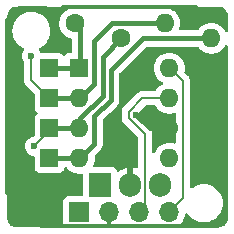
<source format=gbl>
G04 #@! TF.GenerationSoftware,KiCad,Pcbnew,(6.0.0-0)*
G04 #@! TF.CreationDate,2023-01-22T15:48:07+00:00*
G04 #@! TF.ProjectId,VR-Conditioner-MAX9926+reg,56522d43-6f6e-4646-9974-696f6e65722d,3.74*
G04 #@! TF.SameCoordinates,PX6a95280PY6f6d640*
G04 #@! TF.FileFunction,Copper,L2,Bot*
G04 #@! TF.FilePolarity,Positive*
%FSLAX46Y46*%
G04 Gerber Fmt 4.6, Leading zero omitted, Abs format (unit mm)*
G04 Created by KiCad (PCBNEW (6.0.0-0)) date 2023-01-22 15:48:07*
%MOMM*%
%LPD*%
G01*
G04 APERTURE LIST*
G04 #@! TA.AperFunction,ComponentPad*
%ADD10R,1.600000X1.600000*%
G04 #@! TD*
G04 #@! TA.AperFunction,ComponentPad*
%ADD11O,1.600000X1.600000*%
G04 #@! TD*
G04 #@! TA.AperFunction,ComponentPad*
%ADD12C,1.600000*%
G04 #@! TD*
G04 #@! TA.AperFunction,ComponentPad*
%ADD13R,1.905000X2.000000*%
G04 #@! TD*
G04 #@! TA.AperFunction,ComponentPad*
%ADD14O,1.905000X2.000000*%
G04 #@! TD*
G04 #@! TA.AperFunction,ComponentPad*
%ADD15R,1.700000X1.700000*%
G04 #@! TD*
G04 #@! TA.AperFunction,ComponentPad*
%ADD16O,1.700000X1.700000*%
G04 #@! TD*
G04 #@! TA.AperFunction,SMDPad,CuDef*
%ADD17R,1.500000X1.500000*%
G04 #@! TD*
G04 #@! TA.AperFunction,ViaPad*
%ADD18C,0.600000*%
G04 #@! TD*
G04 #@! TA.AperFunction,Conductor*
%ADD19C,0.300000*%
G04 #@! TD*
G04 #@! TA.AperFunction,Conductor*
%ADD20C,0.400000*%
G04 #@! TD*
G04 #@! TA.AperFunction,Conductor*
%ADD21C,0.200000*%
G04 #@! TD*
G04 APERTURE END LIST*
D10*
G04 #@! TO.P,J3,1,Pin_1*
G04 #@! TO.N,Net-(J3-Pad1)*
X9398000Y16764000D03*
D11*
G04 #@! TO.P,J3,2,Pin_2*
G04 #@! TO.N,Net-(J3-Pad2)*
X9398000Y14224000D03*
G04 #@! TO.P,J3,3,Pin_3*
G04 #@! TO.N,Net-(J3-Pad3)*
X9398000Y11684000D03*
G04 #@! TO.P,J3,4,Pin_4*
G04 #@! TO.N,Net-(J3-Pad4)*
X9398000Y9144000D03*
G04 #@! TO.P,J3,5,Pin_5*
G04 #@! TO.N,VCC*
X17018000Y9144000D03*
G04 #@! TO.P,J3,6,Pin_6*
G04 #@! TO.N,GND*
X17018000Y11684000D03*
G04 #@! TO.P,J3,7,Pin_7*
G04 #@! TO.N,/COUT2*
X17018000Y14224000D03*
G04 #@! TO.P,J3,8,Pin_8*
G04 #@! TO.N,/COUT1*
X17018000Y16764000D03*
G04 #@! TD*
G04 #@! TO.P,R13,2*
G04 #@! TO.N,Net-(J3-Pad2)*
X16610000Y20574000D03*
D12*
G04 #@! TO.P,R13,1*
G04 #@! TO.N,Net-(J3-Pad1)*
X8990000Y20574000D03*
G04 #@! TD*
G04 #@! TO.P,R23,1*
G04 #@! TO.N,Net-(J3-Pad3)*
X12954000Y19304000D03*
D11*
G04 #@! TO.P,R23,2*
G04 #@! TO.N,Net-(J3-Pad4)*
X20574000Y19304000D03*
G04 #@! TD*
D13*
G04 #@! TO.P,U2,1,IN*
G04 #@! TO.N,+12V*
X11176000Y6858000D03*
D14*
G04 #@! TO.P,U2,2,GND*
G04 #@! TO.N,GND*
X13716000Y6858000D03*
G04 #@! TO.P,U2,3,OUT*
G04 #@! TO.N,VCC*
X16256000Y6858000D03*
G04 #@! TD*
D15*
G04 #@! TO.P,J2,1,Pin_1*
G04 #@! TO.N,+12V*
X9398000Y4572000D03*
D16*
G04 #@! TO.P,J2,2,Pin_2*
G04 #@! TO.N,GND*
X11938000Y4572000D03*
G04 #@! TO.P,J2,3,Pin_3*
G04 #@! TO.N,/COUT2*
X14478000Y4572000D03*
G04 #@! TO.P,J2,4,Pin_4*
G04 #@! TO.N,/COUT1*
X17018000Y4572000D03*
G04 #@! TD*
D17*
G04 #@! TO.P,TP2,1,1*
G04 #@! TO.N,Net-(J3-Pad2)*
X6858000Y14224000D03*
G04 #@! TD*
G04 #@! TO.P,TP4,1,1*
G04 #@! TO.N,Net-(J3-Pad4)*
X6858000Y9144000D03*
G04 #@! TD*
G04 #@! TO.P,TP3,1,1*
G04 #@! TO.N,Net-(J3-Pad3)*
X6858000Y11684000D03*
G04 #@! TD*
G04 #@! TO.P,TP1,1,1*
G04 #@! TO.N,Net-(J3-Pad1)*
X6858000Y16764000D03*
G04 #@! TD*
D18*
G04 #@! TO.N,GND*
X5461000Y4064000D03*
X19939000Y21209000D03*
X21209000Y7874000D03*
X5423010Y11392010D03*
X7239000Y21209000D03*
X14224000Y12827000D03*
G04 #@! TO.N,Net-(J3-Pad2)*
X5334000Y17780000D03*
G04 #@! TO.N,Net-(J3-Pad3)*
X5588000Y10160000D03*
G04 #@! TD*
D19*
G04 #@! TO.N,GND*
X6928489Y3372489D02*
X6660511Y3372489D01*
X11938000Y4572000D02*
X11938000Y3429000D01*
D20*
X17081500Y11684000D02*
X15367000Y11684000D01*
D19*
X6928489Y3372489D02*
X11627489Y3372489D01*
X3429000Y20955000D02*
X3746500Y21272500D01*
X11627489Y3372489D02*
X21152489Y3372489D01*
X21844000Y17526000D02*
X21844000Y17907000D01*
X5461000Y4064000D02*
X3302000Y6223000D01*
X3746500Y21272500D02*
X4318000Y21844000D01*
X6152511Y3372489D02*
X5461000Y4064000D01*
X21209000Y7874000D02*
X21717000Y7874000D01*
X3302000Y6223000D02*
X3302000Y20828000D01*
X8001000Y21971000D02*
X19304000Y21971000D01*
X4318000Y21844000D02*
X6604000Y21844000D01*
X19304000Y21971000D02*
X19939000Y21336000D01*
X6604000Y21844000D02*
X7239000Y21209000D01*
X21844000Y4064000D02*
X21844000Y7747000D01*
X3302000Y20828000D02*
X3746500Y21272500D01*
X6928489Y3372489D02*
X6152511Y3372489D01*
X7239000Y21209000D02*
X8001000Y21971000D01*
D20*
X15367000Y11684000D02*
X14228463Y12822537D01*
D19*
X21152489Y3372489D02*
X21844000Y4064000D01*
X21717000Y7874000D02*
X21844000Y7747000D01*
X21844000Y17907000D02*
X21590000Y18161000D01*
X21844000Y7747000D02*
X21844000Y17526000D01*
D20*
G04 #@! TO.N,Net-(J3-Pad1)*
X6858000Y16764000D02*
X9398000Y16764000D01*
X9461500Y16764000D02*
X9461500Y20129500D01*
X9461500Y20129500D02*
X9017000Y20574000D01*
G04 #@! TO.N,Net-(J3-Pad2)*
X10661011Y19106511D02*
X12128500Y20574000D01*
D21*
X5334000Y17780000D02*
X5334000Y15748000D01*
D20*
X12128500Y20574000D02*
X16637000Y20574000D01*
X10661011Y15423511D02*
X10661011Y19106511D01*
D21*
X6858000Y14224000D02*
X5334000Y15748000D01*
D20*
X6858000Y14224000D02*
X9461500Y14224000D01*
X9461500Y14224000D02*
X10661011Y15423511D01*
D21*
G04 #@! TO.N,Net-(J3-Pad3)*
X5588000Y10160000D02*
X6858000Y11430000D01*
D20*
X9461500Y11684000D02*
X9461500Y12527634D01*
X9461500Y11684000D02*
X7366000Y11684000D01*
X11366500Y17716500D02*
X12954000Y19304000D01*
D21*
X6858000Y11430000D02*
X6858000Y11684000D01*
D20*
X11366500Y14432634D02*
X11366500Y17716500D01*
X6858000Y11684000D02*
X7366000Y11684000D01*
X9461500Y12527634D02*
X11366500Y14432634D01*
G04 #@! TO.N,Net-(J3-Pad4)*
X12065000Y16608980D02*
X12065000Y14097000D01*
X20574000Y19304000D02*
X14760020Y19304000D01*
X10661011Y10343511D02*
X9461500Y9144000D01*
X14760020Y19304000D02*
X12065000Y16608980D01*
X12065000Y14097000D02*
X10661011Y12693011D01*
X6858000Y9144000D02*
X7366000Y9144000D01*
X10661011Y12693011D02*
X10661011Y10343511D01*
X9461500Y9144000D02*
X7366000Y9144000D01*
D21*
G04 #@! TO.N,/COUT1*
X18181501Y5735501D02*
X17018000Y4572000D01*
X17081500Y16764000D02*
X18181501Y15663999D01*
X18181501Y15663999D02*
X18181501Y5735501D01*
G04 #@! TO.N,/COUT2*
X13575244Y12586756D02*
X14968020Y11193980D01*
X17081500Y14224000D02*
X14732000Y14224000D01*
X14732000Y14224000D02*
X13575244Y13067244D01*
X14478000Y4572000D02*
X14968020Y5062020D01*
X13575244Y13067244D02*
X13575244Y12586756D01*
X14968020Y5062020D02*
X14968020Y11193980D01*
G04 #@! TD*
G04 #@! TA.AperFunction,Conductor*
G04 #@! TO.N,GND*
G36*
X8389473Y21950998D02*
G01*
X8435966Y21897342D01*
X8446070Y21827068D01*
X8416576Y21762488D01*
X8374601Y21730805D01*
X8338242Y21713851D01*
X8338236Y21713847D01*
X8333251Y21711523D01*
X8233874Y21641938D01*
X8150211Y21583357D01*
X8150208Y21583355D01*
X8145700Y21580198D01*
X7983802Y21418300D01*
X7980645Y21413792D01*
X7980643Y21413789D01*
X7932690Y21345305D01*
X7852477Y21230749D01*
X7850154Y21225767D01*
X7850151Y21225762D01*
X7772914Y21060124D01*
X7755716Y21023243D01*
X7754294Y21017935D01*
X7754293Y21017933D01*
X7719310Y20887376D01*
X7696457Y20802087D01*
X7676502Y20574000D01*
X7696457Y20345913D01*
X7697881Y20340600D01*
X7697881Y20340598D01*
X7749408Y20148300D01*
X7755716Y20124757D01*
X7758039Y20119776D01*
X7758039Y20119775D01*
X7850151Y19922238D01*
X7850154Y19922233D01*
X7852477Y19917251D01*
X7901016Y19847930D01*
X7977815Y19738251D01*
X7983802Y19729700D01*
X8145700Y19567802D01*
X8150208Y19564645D01*
X8150211Y19564643D01*
X8196706Y19532087D01*
X8333251Y19436477D01*
X8338233Y19434154D01*
X8338238Y19434151D01*
X8443591Y19385025D01*
X8540757Y19339716D01*
X8659612Y19307869D01*
X8720234Y19270917D01*
X8751255Y19207057D01*
X8753000Y19186162D01*
X8753000Y18198500D01*
X8732998Y18130379D01*
X8679342Y18083886D01*
X8627000Y18072500D01*
X8549866Y18072500D01*
X8487684Y18065745D01*
X8351295Y18014615D01*
X8234739Y17927261D01*
X8213084Y17898366D01*
X8185090Y17861014D01*
X8128231Y17818499D01*
X8057413Y17813473D01*
X7995119Y17847533D01*
X7983439Y17861012D01*
X7976641Y17870082D01*
X7971261Y17877261D01*
X7854705Y17964615D01*
X7718316Y18015745D01*
X7656134Y18022500D01*
X6195264Y18022500D01*
X6127143Y18042502D01*
X6080650Y18096158D01*
X6076273Y18107063D01*
X6070064Y18124894D01*
X6070062Y18124897D01*
X6067745Y18131552D01*
X5971626Y18285376D01*
X5968675Y18288347D01*
X5942465Y18353109D01*
X5955637Y18422873D01*
X6004436Y18474440D01*
X6019630Y18481969D01*
X6061928Y18499489D01*
X6061932Y18499491D01*
X6066502Y18501384D01*
X6282376Y18633672D01*
X6474898Y18798102D01*
X6639328Y18990624D01*
X6771616Y19206498D01*
X6798300Y19270917D01*
X6866611Y19435836D01*
X6866612Y19435838D01*
X6868505Y19440409D01*
X6900025Y19571699D01*
X6926454Y19681784D01*
X6926455Y19681790D01*
X6927609Y19686597D01*
X6947474Y19939000D01*
X6927609Y20191403D01*
X6868505Y20437591D01*
X6826207Y20539707D01*
X6773511Y20666928D01*
X6773509Y20666932D01*
X6771616Y20671502D01*
X6639328Y20887376D01*
X6474898Y21079898D01*
X6282376Y21244328D01*
X6066502Y21376616D01*
X6061932Y21378509D01*
X6061928Y21378511D01*
X5837164Y21471611D01*
X5837162Y21471612D01*
X5832591Y21473505D01*
X5747968Y21493821D01*
X5591216Y21531454D01*
X5591210Y21531455D01*
X5586403Y21532609D01*
X5486584Y21540465D01*
X5399655Y21547307D01*
X5399648Y21547307D01*
X5397199Y21547500D01*
X5270801Y21547500D01*
X5268352Y21547307D01*
X5268345Y21547307D01*
X5181416Y21540465D01*
X5081597Y21532609D01*
X5076790Y21531455D01*
X5076784Y21531454D01*
X4920032Y21493821D01*
X4835409Y21473505D01*
X4830838Y21471612D01*
X4830836Y21471611D01*
X4606072Y21378511D01*
X4606068Y21378509D01*
X4601498Y21376616D01*
X4385624Y21244328D01*
X4193102Y21079898D01*
X4028672Y20887376D01*
X3896384Y20671502D01*
X3894491Y20666932D01*
X3894489Y20666928D01*
X3841793Y20539707D01*
X3799495Y20437591D01*
X3740391Y20191403D01*
X3720526Y19939000D01*
X3740391Y19686597D01*
X3741545Y19681790D01*
X3741546Y19681784D01*
X3767975Y19571699D01*
X3799495Y19440409D01*
X3801388Y19435838D01*
X3801389Y19435836D01*
X3869701Y19270917D01*
X3896384Y19206498D01*
X4028672Y18990624D01*
X4193102Y18798102D01*
X4385624Y18633672D01*
X4601498Y18501384D01*
X4606068Y18499491D01*
X4606072Y18499489D01*
X4648324Y18481988D01*
X4703605Y18437440D01*
X4726026Y18370076D01*
X4708468Y18301285D01*
X4703637Y18294370D01*
X4703493Y18294229D01*
X4605235Y18141762D01*
X4602826Y18135142D01*
X4602824Y18135139D01*
X4545606Y17977934D01*
X4543197Y17971315D01*
X4520463Y17791360D01*
X4538163Y17610840D01*
X4595418Y17438727D01*
X4599065Y17432705D01*
X4599066Y17432703D01*
X4685730Y17289602D01*
X4685733Y17289599D01*
X4689380Y17283576D01*
X4694275Y17278508D01*
X4698571Y17272929D01*
X4696243Y17271136D01*
X4723071Y17219885D01*
X4725500Y17195266D01*
X4725500Y15796136D01*
X4724422Y15779693D01*
X4720250Y15748000D01*
X4725500Y15708120D01*
X4725500Y15708115D01*
X4731308Y15663999D01*
X4741162Y15589149D01*
X4802476Y15441124D01*
X4807503Y15434573D01*
X4807504Y15434571D01*
X4875520Y15345931D01*
X4875526Y15345925D01*
X4900013Y15314013D01*
X4906568Y15308983D01*
X4925379Y15294548D01*
X4937770Y15283681D01*
X5562595Y14658856D01*
X5596621Y14596544D01*
X5599500Y14569761D01*
X5599500Y13425866D01*
X5606255Y13363684D01*
X5657385Y13227295D01*
X5744739Y13110739D01*
X5751919Y13105358D01*
X5751920Y13105357D01*
X5819343Y13054826D01*
X5861858Y12997966D01*
X5866884Y12927148D01*
X5832824Y12864855D01*
X5819343Y12853174D01*
X5772899Y12818366D01*
X5744739Y12797261D01*
X5657385Y12680705D01*
X5606255Y12544316D01*
X5599500Y12482134D01*
X5599500Y11087659D01*
X5579498Y11019538D01*
X5525842Y10973045D01*
X5486671Y10962349D01*
X5460601Y10959609D01*
X5413288Y10954636D01*
X5241579Y10896182D01*
X5224811Y10885866D01*
X5093095Y10804834D01*
X5093092Y10804832D01*
X5087088Y10801138D01*
X5082053Y10796207D01*
X5082050Y10796205D01*
X4965121Y10681699D01*
X4957493Y10674229D01*
X4859235Y10521762D01*
X4856826Y10515142D01*
X4856824Y10515139D01*
X4807531Y10379707D01*
X4797197Y10351315D01*
X4774463Y10171360D01*
X4792163Y9990840D01*
X4849418Y9818727D01*
X4853065Y9812705D01*
X4853066Y9812703D01*
X4857576Y9805257D01*
X4943380Y9663576D01*
X5069382Y9533098D01*
X5221159Y9433778D01*
X5227763Y9431322D01*
X5227765Y9431321D01*
X5384558Y9373010D01*
X5384560Y9373010D01*
X5391168Y9370552D01*
X5398153Y9369620D01*
X5398157Y9369619D01*
X5466287Y9360529D01*
X5490165Y9357343D01*
X5555041Y9328507D01*
X5594029Y9269174D01*
X5599500Y9232450D01*
X5599500Y8345866D01*
X5606255Y8283684D01*
X5657385Y8147295D01*
X5744739Y8030739D01*
X5861295Y7943385D01*
X5997684Y7892255D01*
X6059866Y7885500D01*
X7656134Y7885500D01*
X7718316Y7892255D01*
X7854705Y7943385D01*
X7971261Y8030739D01*
X8058615Y8147295D01*
X8109745Y8283684D01*
X8112931Y8313010D01*
X8140174Y8378572D01*
X8198537Y8418998D01*
X8269491Y8421452D01*
X8330509Y8385156D01*
X8341407Y8371671D01*
X8388639Y8304216D01*
X8388644Y8304210D01*
X8391802Y8299700D01*
X8553700Y8137802D01*
X8558208Y8134645D01*
X8558211Y8134643D01*
X8600967Y8104705D01*
X8741251Y8006477D01*
X8746233Y8004154D01*
X8746238Y8004151D01*
X8943775Y7912039D01*
X8948757Y7909716D01*
X8954065Y7908294D01*
X8954067Y7908293D01*
X9164598Y7851881D01*
X9164600Y7851881D01*
X9169913Y7850457D01*
X9398000Y7830502D01*
X9578020Y7846252D01*
X9647623Y7832263D01*
X9698615Y7782864D01*
X9715000Y7720731D01*
X9715000Y6056500D01*
X9694998Y5988379D01*
X9641342Y5941886D01*
X9589000Y5930500D01*
X8499866Y5930500D01*
X8437684Y5923745D01*
X8301295Y5872615D01*
X8184739Y5785261D01*
X8097385Y5668705D01*
X8046255Y5532316D01*
X8039500Y5470134D01*
X8039500Y3673866D01*
X8046255Y3611684D01*
X8078772Y3524944D01*
X8097385Y3475295D01*
X8094711Y3474292D01*
X8106770Y3419150D01*
X8082032Y3352602D01*
X8025243Y3309993D01*
X7981081Y3302000D01*
X4113328Y3302000D01*
X4093943Y3303500D01*
X4079142Y3305805D01*
X4079139Y3305805D01*
X4070270Y3307186D01*
X4059272Y3305748D01*
X4030589Y3305291D01*
X3927693Y3315425D01*
X3903469Y3320244D01*
X3784267Y3356404D01*
X3761447Y3365856D01*
X3651600Y3424570D01*
X3631062Y3438293D01*
X3534777Y3517312D01*
X3517312Y3534777D01*
X3438293Y3631062D01*
X3424570Y3651600D01*
X3365856Y3761447D01*
X3356404Y3784267D01*
X3320244Y3903469D01*
X3315425Y3927695D01*
X3305956Y4023834D01*
X3306408Y4039876D01*
X3305695Y4039885D01*
X3305805Y4048858D01*
X3307186Y4057730D01*
X3305547Y4070270D01*
X3303064Y4089251D01*
X3302000Y4105589D01*
X3302000Y21159672D01*
X3303500Y21179057D01*
X3305805Y21193858D01*
X3305805Y21193861D01*
X3307186Y21202730D01*
X3305748Y21213728D01*
X3305291Y21242412D01*
X3307070Y21260470D01*
X3315425Y21345307D01*
X3320244Y21369531D01*
X3356404Y21488733D01*
X3365856Y21511553D01*
X3424570Y21621400D01*
X3438293Y21641938D01*
X3517312Y21738223D01*
X3534777Y21755688D01*
X3631062Y21834707D01*
X3651600Y21848430D01*
X3761447Y21907144D01*
X3784267Y21916596D01*
X3903469Y21952756D01*
X3927693Y21957575D01*
X4023837Y21967044D01*
X4039876Y21966592D01*
X4039885Y21967305D01*
X4048858Y21967195D01*
X4057730Y21965814D01*
X4066632Y21966978D01*
X4066635Y21966978D01*
X4089251Y21969936D01*
X4105589Y21971000D01*
X8321352Y21971000D01*
X8389473Y21950998D01*
G37*
G04 #@! TD.AperFunction*
G04 #@! TA.AperFunction,Conductor*
G36*
X21913959Y18740807D02*
G01*
X21960025Y18686784D01*
X21971000Y18635352D01*
X21971000Y4113328D01*
X21969500Y4093943D01*
X21968002Y4084320D01*
X21965814Y4070270D01*
X21967252Y4059272D01*
X21967709Y4030588D01*
X21957575Y3927695D01*
X21952756Y3903469D01*
X21916596Y3784267D01*
X21907144Y3761447D01*
X21848430Y3651600D01*
X21834707Y3631062D01*
X21755688Y3534777D01*
X21738223Y3517312D01*
X21641938Y3438293D01*
X21621400Y3424570D01*
X21511553Y3365856D01*
X21488733Y3356404D01*
X21369531Y3320244D01*
X21345307Y3315425D01*
X21249163Y3305956D01*
X21233124Y3306408D01*
X21233115Y3305695D01*
X21224142Y3305805D01*
X21215270Y3307186D01*
X21206368Y3306022D01*
X21206365Y3306022D01*
X21183749Y3303064D01*
X21167411Y3302000D01*
X17970680Y3302000D01*
X17902559Y3322002D01*
X17856066Y3375658D01*
X17845962Y3445932D01*
X17875456Y3510512D01*
X17890189Y3523911D01*
X17889702Y3524487D01*
X17893657Y3527829D01*
X17897860Y3530827D01*
X17928942Y3561800D01*
X18042152Y3674616D01*
X18056096Y3688511D01*
X18116373Y3772395D01*
X18183435Y3865723D01*
X18186453Y3869923D01*
X18199995Y3897322D01*
X18283136Y4065547D01*
X18283137Y4065549D01*
X18285430Y4070189D01*
X18350370Y4283931D01*
X18365048Y4395421D01*
X18393770Y4460348D01*
X18453036Y4499439D01*
X18524027Y4500284D01*
X18584206Y4462614D01*
X18597402Y4444809D01*
X18631083Y4389847D01*
X18631090Y4389838D01*
X18633672Y4385624D01*
X18798102Y4193102D01*
X18990624Y4028672D01*
X19206498Y3896384D01*
X19211068Y3894491D01*
X19211072Y3894489D01*
X19435836Y3801389D01*
X19440409Y3799495D01*
X19503839Y3784267D01*
X19681784Y3741546D01*
X19681790Y3741545D01*
X19686597Y3740391D01*
X19786416Y3732535D01*
X19873345Y3725693D01*
X19873352Y3725693D01*
X19875801Y3725500D01*
X20002199Y3725500D01*
X20004648Y3725693D01*
X20004655Y3725693D01*
X20091584Y3732535D01*
X20191403Y3740391D01*
X20196210Y3741545D01*
X20196216Y3741546D01*
X20374161Y3784267D01*
X20437591Y3799495D01*
X20442164Y3801389D01*
X20666928Y3894489D01*
X20666932Y3894491D01*
X20671502Y3896384D01*
X20887376Y4028672D01*
X21079898Y4193102D01*
X21244328Y4385624D01*
X21376616Y4601498D01*
X21473505Y4835409D01*
X21532609Y5081597D01*
X21552474Y5334000D01*
X21532609Y5586403D01*
X21473505Y5832591D01*
X21471611Y5837164D01*
X21378511Y6061928D01*
X21378509Y6061932D01*
X21376616Y6066502D01*
X21244328Y6282376D01*
X21079898Y6474898D01*
X20887376Y6639328D01*
X20671502Y6771616D01*
X20666932Y6773509D01*
X20666928Y6773511D01*
X20442164Y6866611D01*
X20442162Y6866612D01*
X20437591Y6868505D01*
X20352968Y6888821D01*
X20196216Y6926454D01*
X20196210Y6926455D01*
X20191403Y6927609D01*
X20091584Y6935465D01*
X20004655Y6942307D01*
X20004648Y6942307D01*
X20002199Y6942500D01*
X19875801Y6942500D01*
X19873352Y6942307D01*
X19873345Y6942307D01*
X19786416Y6935465D01*
X19686597Y6927609D01*
X19681790Y6926455D01*
X19681784Y6926454D01*
X19525032Y6888821D01*
X19440409Y6868505D01*
X19435838Y6866612D01*
X19435836Y6866611D01*
X19211072Y6773511D01*
X19211068Y6773509D01*
X19206498Y6771616D01*
X18990624Y6639328D01*
X18989243Y6638148D01*
X18923196Y6614582D01*
X18854044Y6630661D01*
X18804563Y6681575D01*
X18790001Y6740376D01*
X18790001Y15615863D01*
X18791079Y15632309D01*
X18794173Y15655811D01*
X18795251Y15663999D01*
X18790001Y15703877D01*
X18790001Y15703884D01*
X18774339Y15822849D01*
X18713025Y15970874D01*
X18648089Y16055500D01*
X18639978Y16066071D01*
X18639975Y16066074D01*
X18615488Y16097986D01*
X18596915Y16112238D01*
X18590122Y16117451D01*
X18577731Y16128318D01*
X18333100Y16372949D01*
X18299074Y16435261D01*
X18300488Y16494655D01*
X18310119Y16530598D01*
X18310119Y16530600D01*
X18311543Y16535913D01*
X18331498Y16764000D01*
X18311543Y16992087D01*
X18252284Y17213243D01*
X18224452Y17272929D01*
X18157849Y17415762D01*
X18157846Y17415767D01*
X18155523Y17420749D01*
X18024198Y17608300D01*
X17862300Y17770198D01*
X17857792Y17773355D01*
X17857789Y17773357D01*
X17751854Y17847533D01*
X17674749Y17901523D01*
X17669767Y17903846D01*
X17669762Y17903849D01*
X17472225Y17995961D01*
X17472224Y17995961D01*
X17467243Y17998284D01*
X17461935Y17999706D01*
X17461933Y17999707D01*
X17251402Y18056119D01*
X17251400Y18056119D01*
X17246087Y18057543D01*
X17018000Y18077498D01*
X16789913Y18057543D01*
X16784600Y18056119D01*
X16784598Y18056119D01*
X16574067Y17999707D01*
X16574065Y17999706D01*
X16568757Y17998284D01*
X16563776Y17995961D01*
X16563775Y17995961D01*
X16366238Y17903849D01*
X16366233Y17903846D01*
X16361251Y17901523D01*
X16284146Y17847533D01*
X16178211Y17773357D01*
X16178208Y17773355D01*
X16173700Y17770198D01*
X16011802Y17608300D01*
X15880477Y17420749D01*
X15878154Y17415767D01*
X15878151Y17415762D01*
X15811548Y17272929D01*
X15783716Y17213243D01*
X15724457Y16992087D01*
X15704502Y16764000D01*
X15724457Y16535913D01*
X15725881Y16530600D01*
X15725881Y16530598D01*
X15779246Y16331441D01*
X15783716Y16314757D01*
X15786039Y16309776D01*
X15786039Y16309775D01*
X15878151Y16112238D01*
X15878154Y16112233D01*
X15880477Y16107251D01*
X16011802Y15919700D01*
X16173700Y15757802D01*
X16178208Y15754645D01*
X16178211Y15754643D01*
X16231550Y15717295D01*
X16361251Y15626477D01*
X16366233Y15624154D01*
X16366238Y15624151D01*
X16400457Y15608195D01*
X16453742Y15561278D01*
X16473203Y15493001D01*
X16452661Y15425041D01*
X16400457Y15379805D01*
X16366238Y15363849D01*
X16366233Y15363846D01*
X16361251Y15361523D01*
X16256389Y15288098D01*
X16178211Y15233357D01*
X16178208Y15233355D01*
X16173700Y15230198D01*
X16011802Y15068300D01*
X16008645Y15063792D01*
X16008643Y15063789D01*
X15884314Y14886229D01*
X15828857Y14841901D01*
X15781101Y14832500D01*
X14780136Y14832500D01*
X14763693Y14833578D01*
X14732000Y14837750D01*
X14723811Y14836672D01*
X14692126Y14832501D01*
X14692117Y14832500D01*
X14692115Y14832500D01*
X14692109Y14832499D01*
X14692107Y14832499D01*
X14592543Y14819391D01*
X14581336Y14817916D01*
X14581334Y14817915D01*
X14573149Y14816838D01*
X14425124Y14755524D01*
X14329928Y14682477D01*
X14329925Y14682474D01*
X14298013Y14657987D01*
X14292983Y14651432D01*
X14278548Y14632621D01*
X14267681Y14620230D01*
X13179010Y13531559D01*
X13166619Y13520692D01*
X13141257Y13501231D01*
X13116770Y13469319D01*
X13116767Y13469316D01*
X13043720Y13374120D01*
X12986761Y13236608D01*
X12982406Y13226094D01*
X12966744Y13107129D01*
X12966744Y13107124D01*
X12961494Y13067244D01*
X12962572Y13059056D01*
X12965666Y13035554D01*
X12966744Y13019108D01*
X12966744Y12634892D01*
X12965666Y12618449D01*
X12961494Y12586756D01*
X12966744Y12546876D01*
X12966744Y12546871D01*
X12969189Y12528300D01*
X12982406Y12427905D01*
X13043720Y12279880D01*
X13048747Y12273329D01*
X13048748Y12273327D01*
X13116764Y12184687D01*
X13116770Y12184681D01*
X13141257Y12152769D01*
X13147812Y12147739D01*
X13166623Y12133304D01*
X13179014Y12122437D01*
X14322615Y10978836D01*
X14356641Y10916524D01*
X14359520Y10889741D01*
X14359520Y8405355D01*
X14339518Y8337234D01*
X14285862Y8290741D01*
X14215588Y8280637D01*
X14191460Y8286582D01*
X14095232Y8320659D01*
X14085261Y8323293D01*
X13987837Y8340647D01*
X13974540Y8339187D01*
X13970000Y8324630D01*
X13970000Y6730000D01*
X13949998Y6661879D01*
X13896342Y6615386D01*
X13844000Y6604000D01*
X13588000Y6604000D01*
X13519879Y6624002D01*
X13473386Y6677658D01*
X13462000Y6730000D01*
X13462000Y8326096D01*
X13458082Y8339440D01*
X13443806Y8341427D01*
X13381485Y8331890D01*
X13371457Y8329501D01*
X13153012Y8258102D01*
X13143503Y8254105D01*
X12939656Y8147989D01*
X12930939Y8142500D01*
X12779901Y8029098D01*
X12713416Y8004193D01*
X12644020Y8019186D01*
X12593747Y8069316D01*
X12586268Y8085625D01*
X12579115Y8104705D01*
X12491761Y8221261D01*
X12375205Y8308615D01*
X12238816Y8359745D01*
X12176634Y8366500D01*
X10676996Y8366500D01*
X10608875Y8386502D01*
X10562382Y8440158D01*
X10552278Y8510432D01*
X10562801Y8545750D01*
X10629961Y8689775D01*
X10629961Y8689776D01*
X10632284Y8694757D01*
X10691543Y8915913D01*
X10711498Y9144000D01*
X10696665Y9313545D01*
X10710654Y9383149D01*
X10733091Y9413621D01*
X11141531Y9822061D01*
X11147796Y9827915D01*
X11185671Y9860956D01*
X11191396Y9865950D01*
X11228125Y9918211D01*
X11232057Y9923506D01*
X11266802Y9967817D01*
X11271488Y9973793D01*
X11274613Y9980715D01*
X11275975Y9982963D01*
X11284379Y9997696D01*
X11285633Y10000035D01*
X11290001Y10006250D01*
X11292760Y10013326D01*
X11292762Y10013330D01*
X11313211Y10065780D01*
X11315760Y10071845D01*
X11342056Y10130084D01*
X11343440Y10137549D01*
X11344237Y10140093D01*
X11348870Y10156359D01*
X11349532Y10158939D01*
X11352293Y10166020D01*
X11360633Y10229368D01*
X11361664Y10235882D01*
X11365627Y10257261D01*
X11373307Y10298698D01*
X11370660Y10344615D01*
X11369720Y10360909D01*
X11369511Y10368162D01*
X11369511Y12347351D01*
X11389513Y12415472D01*
X11406416Y12436446D01*
X11959687Y12989716D01*
X12545528Y13575557D01*
X12551793Y13581411D01*
X12589664Y13614448D01*
X12589665Y13614449D01*
X12595385Y13619439D01*
X12632136Y13671729D01*
X12636028Y13676971D01*
X12675476Y13727282D01*
X12678600Y13734201D01*
X12679988Y13736493D01*
X12688357Y13751165D01*
X12689622Y13753525D01*
X12693990Y13759739D01*
X12717203Y13819277D01*
X12719759Y13825358D01*
X12742918Y13876648D01*
X12746045Y13883573D01*
X12747430Y13891046D01*
X12748234Y13893612D01*
X12752855Y13909835D01*
X12753520Y13912427D01*
X12756282Y13919509D01*
X12764622Y13982861D01*
X12765654Y13989377D01*
X12775911Y14044719D01*
X12777295Y14052186D01*
X12773709Y14114380D01*
X12773500Y14121633D01*
X12773500Y16263320D01*
X12793502Y16331441D01*
X12810405Y16352415D01*
X15016585Y18558595D01*
X15078897Y18592621D01*
X15105680Y18595500D01*
X19407122Y18595500D01*
X19475243Y18575498D01*
X19510335Y18541771D01*
X19552209Y18481969D01*
X19567802Y18459700D01*
X19729700Y18297802D01*
X19734208Y18294645D01*
X19734211Y18294643D01*
X19735995Y18293394D01*
X19917251Y18166477D01*
X19922233Y18164154D01*
X19922238Y18164151D01*
X20119578Y18072131D01*
X20124757Y18069716D01*
X20130065Y18068294D01*
X20130067Y18068293D01*
X20340598Y18011881D01*
X20340600Y18011881D01*
X20345913Y18010457D01*
X20574000Y17990502D01*
X20802087Y18010457D01*
X20807400Y18011881D01*
X20807402Y18011881D01*
X21017933Y18068293D01*
X21017935Y18068294D01*
X21023243Y18069716D01*
X21028422Y18072131D01*
X21225762Y18164151D01*
X21225767Y18164154D01*
X21230749Y18166477D01*
X21412005Y18293394D01*
X21413789Y18294643D01*
X21413792Y18294645D01*
X21418300Y18297802D01*
X21580198Y18459700D01*
X21595805Y18481988D01*
X21661281Y18575498D01*
X21711523Y18647251D01*
X21713847Y18652236D01*
X21713851Y18652242D01*
X21730805Y18688601D01*
X21777722Y18741887D01*
X21845999Y18761348D01*
X21913959Y18740807D01*
G37*
G04 #@! TD.AperFunction*
G04 #@! TA.AperFunction,Conductor*
G36*
X15849222Y13595498D02*
G01*
X15884314Y13561771D01*
X16008640Y13384216D01*
X16011802Y13379700D01*
X16173700Y13217802D01*
X16178208Y13214645D01*
X16178211Y13214643D01*
X16256389Y13159902D01*
X16361251Y13086477D01*
X16366231Y13084155D01*
X16366238Y13084151D01*
X16563775Y12992039D01*
X16568757Y12989716D01*
X16574065Y12988294D01*
X16574067Y12988293D01*
X16784598Y12931881D01*
X16784600Y12931881D01*
X16789913Y12930457D01*
X17018000Y12910502D01*
X17246087Y12930457D01*
X17251400Y12931881D01*
X17251402Y12931881D01*
X17414390Y12975554D01*
X17485366Y12973864D01*
X17544162Y12934070D01*
X17572110Y12868806D01*
X17573001Y12853847D01*
X17573001Y10514153D01*
X17552999Y10446032D01*
X17499343Y10399539D01*
X17429069Y10389435D01*
X17414390Y10392446D01*
X17251402Y10436119D01*
X17251400Y10436119D01*
X17246087Y10437543D01*
X17018000Y10457498D01*
X16789913Y10437543D01*
X16784600Y10436119D01*
X16784598Y10436119D01*
X16574067Y10379707D01*
X16574065Y10379706D01*
X16568757Y10378284D01*
X16563776Y10375961D01*
X16563775Y10375961D01*
X16366238Y10283849D01*
X16366233Y10283846D01*
X16361251Y10281523D01*
X16256389Y10208098D01*
X16178211Y10153357D01*
X16178208Y10153355D01*
X16173700Y10150198D01*
X16011802Y9988300D01*
X16008645Y9983792D01*
X16008643Y9983789D01*
X15979476Y9942134D01*
X15880477Y9800749D01*
X15878154Y9795767D01*
X15878151Y9795762D01*
X15816715Y9664010D01*
X15769798Y9610725D01*
X15701521Y9591264D01*
X15633561Y9611806D01*
X15587495Y9665828D01*
X15576520Y9717260D01*
X15576520Y11145836D01*
X15577598Y11162282D01*
X15580693Y11185792D01*
X15581771Y11193980D01*
X15560858Y11352831D01*
X15499544Y11500856D01*
X15426498Y11596051D01*
X15426494Y11596055D01*
X15426491Y11596059D01*
X15407036Y11621414D01*
X15407033Y11621417D01*
X15402007Y11627967D01*
X15395452Y11632997D01*
X15376641Y11647432D01*
X15364250Y11658299D01*
X14284644Y12737905D01*
X14250618Y12800217D01*
X14255683Y12871032D01*
X14284644Y12916095D01*
X14947144Y13578595D01*
X15009456Y13612621D01*
X15036239Y13615500D01*
X15781101Y13615500D01*
X15849222Y13595498D01*
G37*
G04 #@! TD.AperFunction*
G04 #@! TA.AperFunction,Conductor*
G36*
X21179057Y21969500D02*
G01*
X21193858Y21967195D01*
X21193861Y21967195D01*
X21202730Y21965814D01*
X21213728Y21967252D01*
X21242411Y21967709D01*
X21345307Y21957575D01*
X21369531Y21952756D01*
X21488733Y21916596D01*
X21511553Y21907144D01*
X21621400Y21848430D01*
X21641938Y21834707D01*
X21738223Y21755688D01*
X21755688Y21738223D01*
X21834707Y21641938D01*
X21848430Y21621400D01*
X21907144Y21511553D01*
X21916596Y21488733D01*
X21952756Y21369531D01*
X21957575Y21345307D01*
X21965931Y21260470D01*
X21967044Y21249166D01*
X21966592Y21233124D01*
X21967305Y21233115D01*
X21967195Y21224142D01*
X21965814Y21215270D01*
X21966978Y21206368D01*
X21966978Y21206365D01*
X21969936Y21183749D01*
X21971000Y21167411D01*
X21971000Y19972648D01*
X21950998Y19904527D01*
X21897342Y19858034D01*
X21827068Y19847930D01*
X21762488Y19877424D01*
X21730805Y19919399D01*
X21713851Y19955758D01*
X21713847Y19955764D01*
X21711523Y19960749D01*
X21637665Y20066229D01*
X21583357Y20143789D01*
X21583355Y20143792D01*
X21580198Y20148300D01*
X21418300Y20310198D01*
X21413792Y20313355D01*
X21413789Y20313357D01*
X21335611Y20368098D01*
X21230749Y20441523D01*
X21225767Y20443846D01*
X21225762Y20443849D01*
X21028225Y20535961D01*
X21028224Y20535961D01*
X21023243Y20538284D01*
X21017935Y20539706D01*
X21017933Y20539707D01*
X20807402Y20596119D01*
X20807400Y20596119D01*
X20802087Y20597543D01*
X20574000Y20617498D01*
X20345913Y20597543D01*
X20340600Y20596119D01*
X20340598Y20596119D01*
X20130067Y20539707D01*
X20130065Y20539706D01*
X20124757Y20538284D01*
X20119776Y20535961D01*
X20119775Y20535961D01*
X19922238Y20443849D01*
X19922233Y20443846D01*
X19917251Y20441523D01*
X19812389Y20368098D01*
X19734211Y20313357D01*
X19734208Y20313355D01*
X19729700Y20310198D01*
X19567802Y20148300D01*
X19564645Y20143792D01*
X19564643Y20143789D01*
X19510335Y20066229D01*
X19454878Y20021901D01*
X19407122Y20012500D01*
X17978412Y20012500D01*
X17910291Y20032502D01*
X17863798Y20086158D01*
X17853694Y20156432D01*
X17856705Y20171111D01*
X17902119Y20340598D01*
X17902119Y20340600D01*
X17903543Y20345913D01*
X17923498Y20574000D01*
X17903543Y20802087D01*
X17880690Y20887376D01*
X17845707Y21017933D01*
X17845706Y21017935D01*
X17844284Y21023243D01*
X17827086Y21060124D01*
X17749849Y21225762D01*
X17749846Y21225767D01*
X17747523Y21230749D01*
X17667310Y21345305D01*
X17619357Y21413789D01*
X17619355Y21413792D01*
X17616198Y21418300D01*
X17454300Y21580198D01*
X17449792Y21583355D01*
X17449789Y21583357D01*
X17366126Y21641938D01*
X17266749Y21711523D01*
X17261764Y21713847D01*
X17261758Y21713851D01*
X17225399Y21730805D01*
X17172113Y21777722D01*
X17152652Y21845999D01*
X17173193Y21913959D01*
X17227216Y21960025D01*
X17278648Y21971000D01*
X21159672Y21971000D01*
X21179057Y21969500D01*
G37*
G04 #@! TD.AperFunction*
G04 #@! TD*
M02*

</source>
